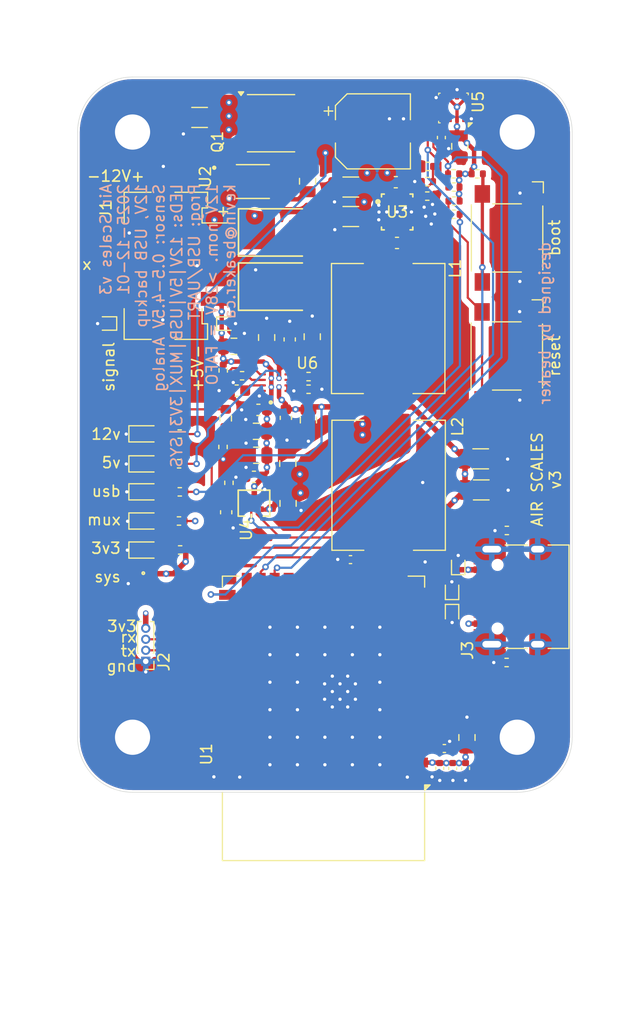
<source format=kicad_pcb>
(kicad_pcb (version 20241229) (generator "pcbnew") (generator_version "9.0")
  (title_block (title "AIR SCALE") (date "2025-11-23") (rev "V3"))
  (layers (0 "F.Cu" signal) (4 "In1.Cu" signal) (6 "In2.Cu" signal) (2 "B.Cu" signal) (13 "F.Paste" user) (15 "B.Paste" user) (5 "F.SilkS" user "F.Silkscreen") (7 "B.SilkS" user "B.Silkscreen") (1 "F.Mask" user) (3 "B.Mask" user) (25 "Edge.Cuts" user))
  (net 0 "")
  (net 1 "GND")
  (net 2 "+12V")
  (net 3 "+5V")
  (net 4 "/PX3_Signal")
  (net 5 "+3.3V")
  (net 6 "/TXD0")
  (net 7 "/RXD0")
  (net 9 "/D+")
  (net 14 "/BOOT")
  (net 16 "/D-")
  (net 22 "/PX3_PRESS")
  (net 25 "/EN")
  (net 28 "/LED")
  (net 34 "/SDA")
  (net 38 "/SCL")
  (net 40 "Net-(J3-CC2)")
  (net 43 "Net-(J3-CC1)")
  (net 44 "Net-(U2-VCAPH)")
  (net 45 "Net-(U2-VCAPL)")
  (net 46 "+12VA")
  (net 47 "Net-(U3-FB)")
  (net 48 "Net-(U3-BOOT)")
  (net 49 "Net-(U4-SS{slash}TR)")
  (net 50 "Net-(D2_1-Pad2)")
  (net 51 "Net-(D4-A)")
  (net 52 "Net-(D5-A)")
  (net 53 "Net-(D7-A)")
  (net 55 "Net-(U4-SW)")
  (net 56 "/GATE")
  (net 57 "/PG")
  (net 58 "Net-(U3-EN)")
  (net 59 "Net-(U4-MODE{slash}S-CONF)")
  (net 60 "Net-(U3-RT)")
  (net 66 "+5VBus")
  (net 67 "+5VMUX")
  (net 68 "Net-(U6-SS)")
  (net 69 "Net-(D1-A)")
  (net 70 "Net-(D6-A)")
  (net 71 "Net-(U6-ILIM)")
  (net 72 "Net-(U6-PR1)")
  (net 73 "Net-(U6-ST)")
  (footprint "Resistor_SMD:R_0402_1005Metric" (layer "F.Cu") (at 63.77 86.880216 90)
    (property "Reference" "R19" (hide yes))
    (property "Value" "61.9K")
  )
  (footprint "Capacitor_SMD:C_0603_1608Metric" (layer "F.Cu") (at 63.52 89.555216 -90)
    (property "Reference" "C17" (hide yes))
    (property "Value" "18nF")
  )
  (footprint "Capacitor_SMD:C_0805_2012Metric" (layer "F.Cu") (at 66.275 84.375 180)
    (property "Reference" "C15" (hide yes))
    (property "Value" "10uF")
  )
  (footprint "Resistor_SMD:R_0402_1005Metric" (layer "F.Cu") (at 63.25 76.665 90)
    (property "Reference" "R22" (hide yes))
    (property "Value" "10K")
  )
  (footprint "LED_SMD:LED_0603_1608Metric" (layer "F.Cu") (at 56.15125 90.35)
    (property "Reference" "D6" (hide yes))
    (property "Value" "LED_Small")
  )
  (footprint "Inductor_SMD:L_Chilisin_BMRF00101040" (layer "F.Cu") (at 78.3 87.1 90)
    (property "Reference" "L2")
    (property "Value" "2.2uH")
  )
  (footprint "MountingHole:MountingHole_3.2mm_M3_DIN965_Pad_TopBottom" (layer "F.Cu") (at 90 110)
    (property "Reference" "H3" (hide yes))
    (property "Value" "MountingHole_Pad")
  )
  (footprint "TPS2121RUXR:IC_TPS2121RUXR" (layer "F.Cu") (at 67.975 77.775 90)
    (property "Reference" "U6")
    (property "Value" "TPS2121RUXR")
  )
  (footprint "Capacitor_SMD:C_0402_1005Metric" (layer "F.Cu") (at 85.3 112.825 -90)
    (property "Reference" "C1" (hide yes))
    (property "Value" "100nF")
  )
  (footprint "Capacitor_SMD:C_0402_1005Metric" (layer "F.Cu") (at 83.37 111.025)
    (property "Reference" "C2" (hide yes))
    (property "Value" "1uF")
  )
  (footprint "Diode_SMD:D_SOD-882" (layer "F.Cu") (at 84.07 96.68 90)
    (property "Reference" "D10" (hide yes))
    (property "Value" "D_TVS_Small")
  )
  (footprint "Capacitor_SMD:C_1206_3216Metric" (layer "F.Cu") (at 74.855 60 180)
    (property "Reference" "C11" (hide yes))
    (property "Value" "4.7uF")
  )
  (footprint "Capacitor_SMD:C_0402_1005Metric" (layer "F.Cu") (at 83.1 55.505 -90)
    (property "Reference" "C23" (hide yes))
    (property "Value" "100nF")
  )
  (footprint "Button_Switch_SMD:SW_SPST_Omron_B3FS-100xP" (layer "F.Cu") (at 89.05 75.35 -90)
    (property "Reference" "SW1" (hide yes))
    (property "Value" "SW_Push")
  )
  (footprint "Button_Switch_SMD:SW_SPST_Omron_B3FS-100xP" (layer "F.Cu") (at 89.075 64.625 -90)
    (property "Reference" "SW2" (hide yes))
    (property "Value" "SW_Push")
  )
  (footprint "PCM_JLCPCB:D_SMB" (layer "F.Cu") (at 68.3 69.05)
    (property "Reference" "D2_2" (hide yes))
    (property "Value" "SMBJ14A")
  )
  (footprint "Capacitor_SMD:C_1206_3216Metric" (layer "F.Cu") (at 86.725 87.525)
    (property "Reference" "C10" (hide yes))
    (property "Value" "22uF")
  )
  (footprint "Inductor_SMD:L_Chilisin_BMRF00101040" (layer "F.Cu") (at 78.26 72.86 -90)
    (property "Reference" "L1")
    (property "Value" "10uH")
  )
  (footprint "RF_Module:ESP32-S3-WROOM-1" (layer "F.Cu") (at 72.375 108.31 180)
    (property "Reference" "U1")
    (property "Value" "ESP32-S3-WROOM-1")
  )
  (footprint "Connector_Molex:Molex_Micro-Fit_3.0_43045-0618_2x03-1MP_P3.00mm_Vertical" (layer "F.Cu") (at 57.775 67.16 -90)
    (property "Reference" "J1")
    (property "Value" "Conn_02x03_Odd_Even")
  )
  (footprint "Capacitor_SMD:C_0805_2012Metric" (layer "F.Cu") (at 69.125 85.125 90)
    (property "Reference" "C8" (hide yes))
    (property "Value" "22uF")
  )
  (footprint "Capacitor_SMD:CP_Elec_6.3x5.7" (layer "F.Cu") (at 76.87 54.94)
    (property "Reference" "C13" (hide yes))
    (property "Value" "47uF")
  )
  (footprint "Capacitor_SMD:C_0805_2012Metric" (layer "F.Cu") (at 69.15 88.75 -90)
    (property "Reference" "C18" (hide yes))
    (property "Value" "22uF")
  )
  (footprint "Resistor_SMD:R_0402_1005Metric" (layer "F.Cu") (at 84.25 62.475)
    (property "Reference" "R7" (hide yes))
    (property "Value" "10K")
  )
  (footprint "Connector_PinHeader_1.00mm:PinHeader_1x04_P1.00mm_Vertical" (layer "F.Cu") (at 56.2 103.1 180)
    (property "Reference" "J2")
    (property "Value" "Conn_01x04")
  )
  (footprint "Resistor_SMD:R_0402_1005Metric" (layer "F.Cu") (at 59.2975 87.7 180)
    (property "Reference" "R11" (hide yes))
    (property "Value" "1K")
  )
  (footprint "Resistor_SMD:R_0402_1005Metric" (layer "F.Cu") (at 59.23625 85.15 180)
    (property "Reference" "R2" (hide yes))
    (property "Value" "1K")
  )
  (footprint "LED_SMD:LED_0603_1608Metric" (layer "F.Cu") (at 56.15125 85.16)
    (property "Reference" "D4" (hide yes))
    (property "Value" "LED_Small")
  )
  (footprint "Capacitor_SMD:C_1206_3216Metric" (layer "F.Cu") (at 61.1 53.675 180)
    (property "Reference" "C19" (hide yes))
    (property "Value" "22uF")
  )
  (footprint "PCM_JLCPCB:LED-SMD_4P-L1.6-W1.5_XL-1615RGBC-WS2812B" (layer "F.Cu") (at 56.17875 95.59)
    (property "Reference" "D9" (hide yes))
    (property "Value" "WS2812B")
  )
  (footprint "Capacitor_SMD:C_0603_1608Metric" (layer "F.Cu") (at 69.3 73.85 90)
    (property "Reference" "C26" (hide yes))
    (property "Value" "100nF")
  )
  (footprint "Resistor_SMD:R_0402_1005Metric" (layer "F.Cu") (at 64.965 77.15 180)
    (property "Reference" "R10" (hide yes))
    (property "Value" "86.6kΩ")
  )
  (footprint "Resistor_SMD:R_0402_1005Metric" (layer "F.Cu") (at 63.23 83.62 90)
    (property "Reference" "R9" (hide yes))
    (property "Value" "2K")
  )
  (footprint "Capacitor_SMD:C_0805_2012Metric" (layer "F.Cu") (at 66.25 82.2 180)
    (property "Reference" "C30" (hide yes))
    (property "Value" "22uF")
  )
  (footprint "Capacitor_SMD:C_0805_2012Metric" (layer "F.Cu") (at 85.425 110.025 90)
    (property "Reference" "C3" (hide yes))
    (property "Value" "10uF")
  )
  (footprint "Resistor_SMD:R_0402_1005Metric" (layer "F.Cu") (at 59.33125 92.98 180)
    (property "Reference" "R20" (hide yes))
    (property "Value" "220")
  )
  (footprint "Capacitor_SMD:C_0402_1005Metric" (layer "F.Cu") (at 82.95 112.825 -90)
    (property "Reference" "C20" (hide yes))
    (property "Value" "10nF")
  )
  (footprint "Resistor_SMD:R_0402_1005Metric" (layer "F.Cu") (at 89.035 103.21 180)
    (property "Reference" "R4" (hide yes))
    (property "Value" "5.1K")
  )
  (footprint "Capacitor_SMD:C_0603_1608Metric" (layer "F.Cu") (at 78.95 59.56)
    (property "Reference" "C12" (hide yes))
    (property "Value" "100nF")
  )
  (footprint "Capacitor_SMD:C_0805_2012Metric" (layer "F.Cu") (at 71 81.175 -90)
    (property "Reference" "C27" (hide yes))
    (property "Value" "10uF")
  )
  (footprint "Resistor_SMD:R_0402_1005Metric" (layer "F.Cu") (at 71.015 77.225)
    (property "Reference" "R12" (hide yes))
    (property "Value" "10K")
  )
  (footprint "Capacitor_SMD:C_0603_1608Metric" (layer "F.Cu") (at 66.45 80.25 180)
    (property "Reference" "C32" (hide yes))
    (property "Value" "100nF")
  )
  (footprint "Resistor_SMD:R_0402_1005Metric" (layer "F.Cu") (at 84.21 58.8 180)
    (property "Reference" "R6" (hide yes))
    (property "Value" "1k")
  )
  (footprint "Capacitor_SMD:C_0805_2012Metric" (layer "F.Cu") (at 70.925 59.475 -90)
    (property "Reference" "C6" (hide yes))
    (property "Value" "2.2uF")
  )
  (footprint "Resistor_SMD:R_0402_1005Metric" (layer "F.Cu") (at 84.25 61.275 180)
    (property "Reference" "R18" (hide yes))
    (property "Value" "100K")
  )
  (footprint "Capacitor_SMD:C_0805_2012Metric" (layer "F.Cu") (at 84.775 56.3 -90)
    (property "Reference" "C24" (hide yes))
    (property "Value" "10u")
  )
  (footprint "Capacitor_SMD:C_1206_3216Metric" (layer "F.Cu") (at 86.675 84.7)
    (property "Reference" "C22" (hide yes))
    (property "Value" "22uF")
  )
  (footprint "Resistor_SMD:R_0402_1005Metric" (layer "F.Cu") (at 71.015 78.375 180)
    (property "Reference" "R13" (hide yes))
    (property "Value" "4,7K")
  )
  (footprint "LM74610QDGKTQ1:SOP65P490X110-8N" (layer "F.Cu") (at 65.95 59.5)
    (property "Reference" "U2")
    (property "Value" "LM74610QDGKTQ1")
  )
  (footprint "Capacitor_SMD:C_1206_3216Metric" (layer "F.Cu") (at 74.86 62.68 180)
    (property "Reference" "C9" (hide yes))
    (property "Value" "22uF")
  )
  (footprint "MountingHole:MountingHole_3.2mm_M3_DIN965_Pad_TopBottom" (layer "F.Cu") (at 90 55)
    (property "Reference" "H2" (hide yes))
    (property "Value" "MountingHole_Pad")
  )
  (footprint "Resistor_SMD:R_0402_1005Metric" (layer "F.Cu") (at 81.83 58.125)
    (property "Reference" "R15" (hide yes))
    (property "Value" "100K")
  )
  (footprint "Capacitor_SMD:C_0603_1608Metric" (layer "F.Cu") (at 79.06 65.08 180)
    (property "Reference" "C16" (hide yes))
    (property "Value" "100nF")
  )
  (footprint "Diode_SMD:D_SOD-882" (layer "F.Cu") (at 84.63 94.42 90)
    (property "Reference" "D11" (hide yes))
    (property "Value" "D_TVS_Small")
  )
  (footprint "Resistor_SMD:R_0402_1005Metric" (layer "F.Cu") (at 89.055 91.21 180)
    (property "Reference" "R3" (hide yes))
    (property "Value" "5.1K")
  )
  (footprint "Capacitor_SMD:C_0805_2012Metric" (layer "F.Cu") (at 64.225 74.475)
    (property "Reference" "C31" (hide yes))
    (property "Value" "22uF")
  )
  (footprint "Capacitor_SMD:C_0603_1608Metric" (layer "F.Cu") (at 64.475 78.5 180)
    (property "Reference" "C29" (hide yes))
    (property "Value" "100nF")
  )
  (footprint "Resistor_SMD:R_0402_1005Metric" (layer "F.Cu") (at 59.28625 82.45 180)
    (property "Reference" "R5" (hide yes))
    (property "Value" "4.7K")
  )
  (footprint "TPS62901:QFN_902RPJR_TEX" (layer "F.Cu") (at 66.049874 88.728908 -90)
    (property "Reference" "U4")
    (property "Value" "TPS62901RPJR")
  )
  (footprint "Package_TO_SOT_SMD:LFPAK56" (layer "F.Cu") (at 67.6 54.2)
    (property "Reference" "Q1")
    (property "Value" "PSMN5R2-60YL")
  )
  (footprint "Diode_SMD:D_SOD-882" (layer "F.Cu") (at 84.07 98.74 -90)
    (property "Reference" "D3" (hide yes))
    (property "Value" "D_TVS_Small")
  )
  (footprint "Capacitor_SMD:C_0805_2012Metric" (layer "F.Cu") (at 67.2 73.675 90)
    (property "Reference" "C25" (hide yes))
    (property "Value" "10uF")
  )
  (footprint "LED_SMD:LED_0603_1608Metric" (layer "F.Cu") (at 56.15125 82.43)
    (property "Reference" "D5" (hide yes))
    (property "Value" "LED_Small")
  )
  (footprint "Capacitor_SMD:C_0603_1608Metric" (layer "F.Cu") (at 68.95 80.975 -90)
    (property "Reference" "C28" (hide yes))
    (property "Value" "100nF")
  )
  (footprint "Capacitor_SMD:C_0402_1005Metric" (layer "F.Cu") (at 84.125 112.825 -90)
    (property "Reference" "C21" (hide yes))
    (property "Value" "100nF")
  )
  (footprint "MountingHole:MountingHole_3.2mm_M3_DIN965_Pad_TopBottom" (layer "F.Cu") (at 55 110)
    (property "Reference" "H4" (hide yes))
    (property "Value" "MountingHole_Pad")
  )
  (footprint "Diode_SMD:D_SOD-882" (layer "F.Cu") (at 52.75 72.4 180)
    (property "Reference" "D8" (hide yes))
    (property "Value" "D_TVS_Small")
  )
  (footprint "Capacitor_SMD:C_0402_1005Metric" (layer "F.Cu") (at 74.83 93.86 180)
    (property "Reference" "C5" (hide yes))
    (property "Value" "100nF")
  )
  (footprint "Capacitor_SMD:C_0603_1608Metric" (layer "F.Cu") (at 66.045 86.335216 180)
    (property "Reference" "C14" (hide yes))
    (property "Value" "100nF")
  )
  (footprint "Diode_SMD:D_SOD-882" (layer "F.Cu") (at 63.46 72.41)
    (property "Reference" "D2" (hide yes))
    (property "Value" "D_TVS_Small")
  )
  (footprint "Package_LGA:Bosch_LGA-8_2.5x2.5mm_P0.65mm_ClockwisePinNumbering" (layer "F.Cu") (at 84.195 52.82 180)
    (property "Reference" "U5")
    (property "Value" "BME280")
  )
  (footprint "Resistor_SMD:R_0402_1005Metric" (layer "F.Cu") (at 86.365 58.8)
    (property "Reference" "R1" (hide yes))
    (property "Value" "100K")
  )
  (footprint "Resistor_SMD:R_0402_1005Metric" (layer "F.Cu") (at 81.83 59.505 180)
    (property "Reference" "R16" (hide yes))
    (property "Value" "16K")
  )
  (footprint "Resistor_SMD:R_0402_1005Metric" (layer "F.Cu") (at 84.24 60 180)
    (property "Reference" "R17" (hide yes))
    (property "Value" "1k")
  )
  (footprint "PCM_JLCPCB:D_SMB" (layer "F.Cu") (at 68.3 64.125)
    (property "Reference" "D2_1" (hide yes))
    (property "Value" "SMBJ28A")
  )
  (footprint "Resistor_SMD:R_0402_1005Metric" (layer "F.Cu") (at 81.815 60.825)
    (property "Reference" "R14" (hide yes))
    (property "Value" "86.6kΩ")
  )
  (footprint "LED_SMD:LED_0603_1608Metric" (layer "F.Cu") (at 56.15125 87.7)
    (property "Reference" "D1" (hide yes))
    (property "Value" "LED_Small")
  )
  (footprint "Connector_USB:USB_C_Receptacle_HRO_TYPE-C-31-M-12" (layer "F.Cu") (at 90.81 97.23 90)
    (property "Reference" "J3")
    (property "Value" "USB_C_Receptacle_USB2.0_16P")
  )
  (footprint "Resistor_SMD:R_0402_1005Metric" (layer "F.Cu") (at 59.225 90.35 180)
    (property "Reference" "R21" (hide yes))
    (property "Value" "1K")
  )
  (footprint "LMR60420:RAK0009A-MFG" (layer "F.Cu") (at 79.075001 62.264999)
    (property "Reference" "U3")
    (property "Value" "LMR604205SRAKRQ1")
  )
  (footprint "Resistor_SMD:R_0603_1608Metric" (layer "F.Cu") (at 63.475 81.025 90)
    (property "Reference" "R8" (hide yes))
    (property "Value" "1K")
  )
  (footprint "MountingHole:MountingHole_3.2mm_M3_DIN965_Pad_TopBottom" (layer "F.Cu") (at 55 55)
    (property "Reference" "H1" (hide yes))
    (property "Value" "MountingHole_Pad")
  )
  (footprint "LED_SMD:LED_0603_1608Metric" (layer "F.Cu") (at 56.15125 92.99)
    (property "Reference" "D7" (hide yes))
    (property "Value" "LED_Small")
  )
  (footprint "Capacitor_SMD:C_0805_2012Metric" (layer "F.Cu") (at 71.35 73.6 90)
    (property "Reference" "C7" (hide yes))
    (property "Value" "22uF")
  )
  (gr_arc (start 90 50) (mid 93.535534 51.464466) (end 95 55) (stroke (width 0.05)) (layer "Edge.Cuts"))
  (gr_arc (start 95 110) (mid 93.535534 113.535534) (end 90 115) (stroke (width 0.05)) (layer "Edge.Cuts"))
  (gr_line (start 95 55) (end 95 110) (stroke (width 0.05)) (layer "Edge.Cuts"))
  (gr_line (start 90 115) (end 55 115) (stroke (width 0.05)) (layer "Edge.Cuts"))
  (gr_arc (start 55 115) (mid 51.464466 113.535534) (end 50 110) (stroke (width 0.05)) (layer "Edge.Cuts"))
  (gr_line (start 55 50) (end 90 50) (stroke (width 0.05)) (layer "Edge.Cuts"))
  (gr_line (start 50 110) (end 50 55) (stroke (width 0.05)) (layer "Edge.Cuts"))
  (gr_arc (start 50 55) (mid 51.464466 51.464466) (end 55 50) (stroke (width 0.05)) (layer "Edge.Cuts"))
  (gr_text "reset" (at 93.98 75.35 90) (layer "F.SilkS") (effects (font (size 1 1)) (justify bottom)))
  (gr_text "v3" (at 94.05 86.6 90) (layer "F.SilkS") (effects (font (size 1 1)) (justify bottom)))
  (gr_text "mux" (at 50.771429 90.815 0) (layer "F.SilkS") (effects (font (size 1 1)) (justify left bottom)))
  (gr_text "3v3" (at 52.6 100.5 0) (layer "F.SilkS") (effects (font (size 1 1)) (justify left bottom)))
  (gr_text "-12V+" (at 50.76 59.59 0) (layer "F.SilkS") (effects (font (size 1 1)) (justify left bottom)))
  (gr_text "rx" (at 53.8 101.475 0) (layer "F.SilkS") (effects (font (size 1 1)) (justify left bottom)))
  (gr_text "tx" (at 53.825 102.75 0) (layer "F.SilkS") (effects (font (size 1 1)) (justify left bottom)))
  (gr_text "boot" (at 93.98 64.625 90) (layer "F.SilkS") (effects (font (size 1 1)) (justify bottom)))
  (gr_text "gnd" (at 52.55 104.125 0) (layer "F.SilkS") (effects (font (size 1 1)) (justify left bottom)))
  (gr_text "sys" (at 51.438095 96 0) (layer "F.SilkS") (effects (font (size 1 1)) (justify left bottom)))
  (gr_text "+5V-" (at 61.5 78.725 90) (layer "F.SilkS") (effects (font (size 1 1)) (justify left bottom)))
  (gr_text "5v" (at 52.104762 85.63 0) (layer "F.SilkS") (effects (font (size 1 1)) (justify left bottom)))
  (gr_text "12v" (at 51.152381 83.0375 0) (layer "F.SilkS") (effects (font (size 1 1)) (justify left bottom)))
  (gr_text "x" (at 51.35 66.675 180) (layer "F.SilkS") (effects (font (size 1 1)) (justify left bottom)))
  (gr_text "AIR SCALES" (at 92.4 86.575 90) (layer "F.SilkS") (effects (font (size 1 1)) (justify bottom)))
  (gr_text "+" (at 62.535 62.75 0) (layer "F.SilkS") (effects (font (size 1 1)) (justify left bottom)))
  (gr_text "3v3" (at 51.152381 93.4075 0) (layer "F.SilkS") (effects (font (size 1 1)) (justify left bottom)))
  (gr_text "signal" (at 53.43 78.7 90) (layer "F.SilkS") (effects (font (size 1 1)) (justify left bottom)))
  (gr_text "usb" (at 51.2 88.2225 0) (layer "F.SilkS") (effects (font (size 1 1)) (justify left bottom)))
  (gr_text "designed by beaker" (at 93.1 72.375 90) (layer "B.SilkS") (effects (font (size 1 1)) (justify bottom mirror)))
  (gr_text_box "Air Scales v3\n2025-12-01\n12V, USB backup\nSensor: 0.5-4.5V Analog\nLEDs: 12V|5V|USB|MUX|3V3|SYS\nProg: USB/UART\n12V nom. >28V = FAFO\nkevin@beaker.ca" (start 50.99 58.62) (end 76.595 87.58) (margins 1.0025 1.0025 1.0025 1.0025) (angle 90) (layer "B.SilkS") (effects (font (size 1 1)) (justify left top mirror)) (border no))
  (segment (start 69.125 77.525) (end 69.125 78.025) (width 0.2) (layer "F.Cu") (net 1))
  (segment (start 72.225 78.375) (end 71.525 78.375) (width 0.4) (layer "F.Cu") (net 1))
  (segment (start 90.65 108.85) (end 89.55 109.95) (width 0.3) (layer "F.Cu") (net 1))
  (segment (start 68.95 72.725) (end 69.3 73.075) (width 0.4) (layer "F.Cu") (net 1))
  (segment (start 71.35 72.65) (end 69.725 72.65) (width 0.4) (layer "F.Cu") (net 1))
  (segment (start 81.32 59.505) (end 80.68 59.505) (width 0.5) (layer "F.Cu") (net 1))
  (segment (start 64.405 86.370216) (end 63.77 86.370216) (width 0.4) (layer "F.Cu") (net 1))
  (segment (start 65.45 74.475) (end 67.2 72.725) (width 0.4) (layer "F.Cu") (net 1))
  (segment (start 79.075001 62.264999) (end 80.375 62.264999) (width 0.2) (layer "F.Cu") (net 1))
  (segment (start 86.7775 94.03) (end 86.7775 93.58) (width 0.5) (layer "F.Cu") (net 1))
  (segment (start 65.3 81.125) (end 65.3 80.625) (width 0.3) (layer "F.Cu") (net 1))
  (segment (start 63.81 72.41) (end 63.81 73.11) (width 0.4) (layer "F.Cu") (net 1))
  (segment (start 66.8 88.335216) (end 66.8 87.7) (width 0.2) (layer "F.Cu") (net 1))
  (segment (start 64.455 77.47) (end 64.455 77.15) (width 0.2) (layer "F.Cu") (net 1))
  (segment (start 81.53 61.83) (end 81.440001 61.83) (width 0.2) (layer "F.Cu") (net 1))
  (segment (start 84.63 94.07) (end 84.63 93.48) (width 0.3) (layer "F.Cu") (net 1))
  (segment (start 63.7 78.5) (end 62.875 78.5) (width 0.3) (layer "F.Cu") (net 1))
  (segment (start 65.3 82.2) (end 65.3 81.125) (width 0.3) (layer "F.Cu") (net 1))
  (segment (start 79.210002 62.4) (end 79.075001 62.264999) (width 0.2) (layer "F.Cu") (net 1))
  (segment (start 78.125 62.264999) (end 78.014999 62.264999) (width 0.2) (layer "F.Cu") (net 1))
  (segment (start 83.85 111.025) (end 83.85 110.375) (width 0.3) (layer "F.Cu") (net 1))
  (segment (start 79.44 61.9) (end 79.075001 62.264999) (width 0.2) (layer "F.Cu") (net 1))
  (segment (start 69.725 72.65) (end 69.3 73.075) (width 0.4) (layer "F.Cu") (net 1))
  (segment (start 81.439999 61.739999) (end 81.53 61.83) (width 0.2) (layer "F.Cu") (net 1))
  (segment (start 78.125 62.264999) (end 78.110001 62.264999) (width 0.2) (layer "F.Cu") (net 1))
  (segment (start 79.600001 61.739999) (end 79.075001 62.264999) (width 0.2) (layer "F.Cu") (net 1))
  (segment (start 63.81 73.11) (end 65.175 74.475) (width 0.4) (layer "F.Cu") (net 1))
  (segment (start 54.61 96.04) (end 55.42875 96.04) (width 0.2) (layer "F.Cu") (net 1))
  (segment (start 82.29 61.58) (end 82.325 61.545) (width 0.5) (layer "F.Cu") (net 1))
  (segment (start 91.655 101.5625) (end 91.6575 101.56) (width 0.3) (layer "F.Cu") (net 1))
  (segment (start 56.2 103.1) (end 56.2 104.06) (width 0.5) (layer "F.Cu") (net 1))
  (segment (start 78.125 62.264999) (end 77.435001 62.264999) (width 0.2) (layer "F.Cu") (net 1))
  (segment (start 81.440001 61.83) (end 81.370001 61.9) (width 0.2) (layer "F.Cu") (net 1))
  (segment (start 86.7775 93.58) (end 87.4575 92.9) (width 0.5) (layer "F.Cu") (net 1))
  (segment (start 69.125 78.025) (end 69.125 78.525) (width 0.3) (layer "F.Cu") (net 1))
  (segment (start 64.1625 77.7625) (end 64.455 77.47) (width 0.2) (layer "F.Cu") (net 1))
  (segment (start 87.865 103.21) (end 88.525 103.21) (width 0.2) (layer "F.Cu") (net 1))
  (segment (start 71 82.125) (end 71 83.1) (width 0.4) (layer "F.Cu") (net 1))
  (segment (start 84.52 51.155) (end 84.525 51.15) (width 0.4) (layer "F.Cu") (net 1))
  (segment (start 80.375 62.264999) (end 80.575 62.264999) (width 0.2) (layer "F.Cu") (net 1))
  (segment (start 66.8 87.7) (end 67.025 87.475) (width 0.2) (layer "F.Cu") (net 1))
  (segment (start 86.7775 100.43) (end 86.7775 100.88) (width 0.5) (layer "F.Cu") (net 1))
  (segment (start 67.2 72.725) (end 67.2 71.925) (width 0.4) (layer "F.Cu") (net 1))
  (segment (start 79.950001 61.739999) (end 81.439999 61.739999) (width 0.2) (layer "F.Cu") (net 1))
  (segment (start 82.314999 62.264999) (end 82.5 62.45) (width 0.2) (layer "F.Cu") (net 1))
  (segment (start 65.175 74.475) (end 65.45 74.475) (width 0.4) (layer "F.Cu") (net 1))
  (segment (start 78.014999 62.264999) (end 77.4 61.65) (width 0.4) (layer "F.Cu") (net 1))
  (segment (start 81.67 62.66) (end 81.41 62.4) (width 0.2) (layer "F.Cu") (net 1))
  (segment (start 79.725 59.56) (end 80.615 59.56) (width 0.5) (layer "F.Cu") (net 1))
  (segment (start 81.41 62.4) (end 79.210002 62.4) (width 0.2) (layer "F.Cu") (net 1))
  (segment (start 78.110001 62.264999) (end 77.4 62.975) (width 0.4) (layer "F.Cu") (net 1))
  (segment (start 66.5375 78.9875) (end 66.825 78.7) (width 0.2) (layer "F.Cu") (net 1))
  (segment (start 84.075 99.575) (end 84.075 99.09) (width 0.2) (layer "F.Cu") (net 1))
  (segment (start 85.815 53.79) (end 85.825 53.8) (width 0.3) (layer "F.Cu") (net 1))
  (segment (start 84.52 51.85) (end 84.52 51.155) (width 0.4) (layer "F.Cu") (net 1))
  (segment (start 80.615 59.56) (end 80.675 59.5) (width 0.5) (layer "F.Cu") (net 1))
  (segment (start 65.3 80.625) (end 65.675 80.25) (width 0.3) (layer "F.Cu") (net 1))
  (segment (start 69.3 73.075) (end 69.3 72.2) (width 0.4) (layer "F.Cu") (net 1))
  (segment (start 77.4 61.65) (end 77.4 62.975) (width 0.4) (layer "F.Cu") (net 1))
  (segment (start 65.175 74.475) (end 65.175 73.3) (width 0.4) (layer "F.Cu") (net 1))
  (segment (start 69.675 78.525) (end 69.125 78.525) (width 0.3) (layer "F.Cu") (net 1))
  (segment (start 79.950001 61.739999) (end 79.600001 61.739999) (width 0.2) (layer "F.Cu") (net 1))
  (segment (start 86.7775 100.88) (end 87.4575 101.56) (width 0.5) (layer "F.Cu") (net 1))
  (segment (start 66.825 78.7) (end 66.825 78.525) (width 0.2) (layer "F.Cu") (net 1))
  (segment (start 81.370001 61.9) (end 79.825 61.9) (width 0.2) (layer "F.Cu") (net 1))
  (segment (start 80.68 59.505) (end 80.675 59.5) (width 0.5) (layer "F.Cu") (net 1))
  (segment (start 71.35 72.65) (end 71.35 71.725) (width 0.4) (layer "F.Cu") (net 1))
  (segment (start 67.2 72.725) (end 68.95 72.725) (width 0.4) (layer "F.Cu") (net 1))
  (segment (start 77.435001 62.264999) (end 77.425 62.275) (width 0.2) (layer "F.Cu") (net 1))
  (segment (start 82.325 61.545) (end 82.325 60.825) (width 0.5) (layer "F.Cu") (net 1))
  (segment (start 74.35 93.86) (end 73.69 93.86) (width 0.2) (layer "F.Cu") (net 1))
  (segment (start 64.37 72.41) (end 63.81 72.41) (width 0.4) (layer "F.Cu") (net 1))
  (segment (start 79.825 61.9) (end 79.44 61.9) (width 0.2) (layer "F.Cu") (net 1))
  (segment (start 73.69 93.86) (end 73.67 93.84) (width 0.2) (layer "F.Cu") (net 1))
  (segment (start 85.17 53.79) (end 85.815 53.79) (width 0.3) (layer "F.Cu") (net 1))
  (segment (start 80.575 62.264999) (end 82.314999 62.264999) (width 0.2) (layer "F.Cu") (net 1))
  (segment (start 65.675 80.25) (end 64.925 80.25) (width 0.3) (layer "F.Cu") (net 1))
  (segment (start 59.625 53.675) (end 59.625 55.175) (width 0.5) (layer "F.Cu") (net 1))
  (via (at 64.1625 77.7625) (size 0.6) (drill 0.3) (layers "F.Cu" "B.Cu") (net 1))
  (via (at 90.23 79.36) (size 0.6) (drill 0.3) (layers "F.Cu" "B.Cu") (net 1))
  (via (at 77.5 100) (size 0.6) (drill 0.3) (layers "F.Cu" "B.Cu") (net 1))
  (via (at 75 102.5) (size 0.6) (drill 0.3) (layers "F.Cu" "B.Cu") (net 1))
  (via (at 77.5 102.5) (size 0.6) (drill 0.3) (layers "F.Cu" "B.Cu") (net 1))
  (via (at 67.5 110) (size 0.6) (drill 0.3) (layers "F.Cu" "B.Cu") (net 1))
  (via (at 73.67 93.84) (size 0.5) (drill 0.3) (layers "F.Cu" "B.Cu") (net 1))
  (via (at 71 83.1) (size 0.6) (drill 0.3) (layers "F.Cu" "B.Cu") (net 1))
  (via (at 67.5 105) (size 0.6) (drill 0.3) (layers "F.Cu" "B.Cu") (net 1))
  (via (at 65.3 81.125) (size 0.6) (drill 0.3) (layers "F.Cu" "B.Cu") (net 1))
  (via (at 54.61 96.04) (size 0.6) (drill 0.3) (layers "F.Cu" "B.Cu") (net 1))
  (via (at 89.125 84.725) (size 0.6) (drill 0.3) (layers "F.Cu" "B.Cu") (net 1))
  (via (at 69.05 83) (size 0.6) (drill 0.3) (layers "F.Cu" "B.Cu") (net 1))
  (via (at 80.375 62.264999) (size 0.5) (drill 0.3) (layers "F.Cu" "B.Cu") (net 1))
  (via (at 78.125 62.264999) (size 0.5) (drill 0.3) (layers "F.Cu" "B.Cu") (net 1))
  (via (at 77.4 61.65) (size 0.6) (drill 0.3) (layers "F.Cu" "B.Cu") (net 1))
  (via (at 70 107.5) (size 0.6) (drill 0.3) (layers "F.Cu" "B.Cu") (net 1))
  (via (at 79.65 53.8) (size 0.6) (drill 0.3) (layers "F.Cu" "B.Cu") (net 1))
  (via (at 69.675 78.525) (size 0.6) (drill 0.3) (layers "F.Cu" "B.Cu") (net 1))
  (via (at 72.5 110) (size 0.6) (drill 0.3) (layers "F.Cu" "B.Cu") (net 1))
  (via (at 64.405 86.370216) (size 0.6) (drill 0.3) (layers "F.Cu" "B.Cu") (net 1))
  (via (at 77.5 112.5) (size 0.6) (drill 0.3) (layers "F.Cu" "B.Cu") (net 1))
  (via (at 77.5 105) (size 0.6) (drill 0.3) (layers "F.Cu" "B.Cu") (net 1))
  (via (at 84.15 113.925) (size 0.6) (drill 0.3) (layers "F.Cu" "B.Cu") (net 1))
  (via (at 89.175 87.55) (size 0.6) (drill 0.3) (layers "F.Cu" "B.Cu") (net 1))
  (via (at 62.875 78.5) (size 0.6) (drill 0.3) (layers "F.Cu" "B.Cu") (net 1))
  (via (at 83.85 110.375) (size 0.6) (drill 0.3) (layers "F.Cu" "B.Cu") (net 1))
  (via (at 60.875 67.15) (size 0.6) (drill 0.3) (layers "F.Cu" "B.Cu") (net 1))
  (via (at 70 112.5) (size 0.6) (drill 0.3) (layers "F.Cu" "B.Cu") (net 1))
  (via (at 70.33 89.39) (size 0.5) (drill 0.3) (layers "F.Cu" "B.Cu") (net 1))
  (via (at 67.5 102.5) (size 0.6) (drill 0.3) (layers "F.Cu" "B.Cu") (net 1))
  (via (at 70 102.5) (size 0.6) (drill 0.3) (layers "F.Cu" "B.Cu") (net 1))
  (via (at 51.82 72.41) (size 0.6) (drill 0.3) (layers "F.Cu" "B.Cu") (net 1))
  (via (at 70 110) (size 0.6) (drill 0.3) (layers "F.Cu" "B.Cu") (net 1))
  (via (at 72.225 78.375) (size 0.6) (drill 0.3) (layers "F.Cu" "B.Cu") (net 1))
  (via (at 67.5 107.5) (size 0.6) (drill 0.3) (layers "F.Cu" "B.Cu") (net 1))
  (via (at 84.63 93.48) (size 0.5) (drill 0.3) (layers "F.Cu" "B.Cu") (net 1))
  (via (at 54.425 82.45) (size 0.6) (drill 0.3) (layers "F.Cu" "B.Cu") (net 1))
  (via (at 70 100) (size 0.6) (drill 0.3) (layers "F.Cu" "B.Cu") (net 1))
  (via (at 62.4 113.6) (size 0.6) (drill 0.3) (layers "F.Cu" "B.Cu") (net 1))
  (via (at 75 110) (size 0.6) (drill 0.3) (layers "F.Cu" "B.Cu") (net 1))
  (via (at 77.5 107.5) (size 0.6) (drill 0.3) (layers "F.Cu" "B.Cu") (net 1))
  (via (at 77.4 62.975) (size 0.6) (drill 0.3) (layers "F.Cu" "B.Cu") (net 1))
  (via (at 82.29 61.58) (size 0.6) (drill 0.3) (layers "F.Cu" "B.Cu") (net 1))
  (via (at 67.5 100) (size 0.6) (drill 0.3) (layers "F.Cu" "B.Cu") (net 1))
  (via (at 64.37 72.41) (size 0.6) (drill 0.3) (layers "F.Cu" "B.Cu") (net 1))
  (via (at 65.175 73.3) (size 0.6) (drill 0.3) (layers "F.Cu" "B.Cu") (net 1))
  (via (at 65.325 83.275) (size 0.6) (drill 0.3) (layers "F.Cu" "B.Cu") (net 1))
  (via (at 75 100) (size 0.6) (drill 0.3) (layers "F.Cu" "B.Cu") (net 1))
  (via (at 57.8 58.125) (size 0.6) (drill 0.3) (layers "F.Cu" "B.Cu") (net 1))
  (via (at 87.865 103.21) (size 0.6) (drill 0.3) (layers "F.Cu" "B.Cu") (net 1))
  (via (at 90.25 60.55) (size 0.6) (drill 0.3) (layers "F.Cu" "B.Cu") (net 1))
  (via (at 71.35 71.725) (size 0.6) (drill 0.3) (layers "F.Cu" "B.Cu") (net 1))
  (via (at 85.825 53.8) (size 0.6) (drill 0.3) (layers "F.Cu" "B.Cu") (net 1))
  (via (at 66.5375 78.9875) (size 0.6) (drill 0.3) (layers "F.Cu" "B.Cu") (net 1))
  (via (at 66.2 67.525) (size 0.6) (drill 0.3) (layers "F.Cu" "B.Cu") (net 1))
  (via (at 54.43 85.17) (size 0.6) (drill 0.3) (layers "F.Cu" "B.Cu") (net 1))
  (via (at 54.475 87.7) (size 0.6) (drill 0.3) (layers "F.Cu" "B.Cu") (net 1))
  (via (at 73.375 61.35) (size 0.6) (drill 0.3) (layers "F.Cu" "B.Cu") (net 1))
  (via (at 59.625 55.175) (size 0.6) (drill 0.3) (layers "F.Cu" "B.Cu") (net 1))
  (via (at 54.525 93) (size 0.6) (drill 0.3) (layers "F.Cu" "B.Cu") (net 1))
  (via (at 67.2 71.925) (size 0.6) (drill 0.3) (layers "F.Cu" "B.Cu") (net 1))
  (via (at 72.5 112.5) (size 0.6) (drill 0.3) (layers "F.Cu" "B.Cu") (net 1))
  (via (at 83.76 56.51) (size 0.6) (drill 0.3) (layers "F.Cu" "B.Cu") (net 1))
  (via (at 90.22 71.325) (size 0.6) (drill 0.3) (layers "F.Cu" "B.Cu") (net 1))
  (via (at 70 105) (size 0.6) (drill 0.3) (layers "F.Cu" "B.Cu") (net 1))
  (via (at 54.55 90.375) (size 0.6) (drill 0.3) (layers "F.Cu" "B.Cu") (net 1))
  (via (at 79.075001 62.264999) (size 0.5) (drill 0.3) (layers "F.Cu" "B.Cu") (net 1))
  (via (at 81.62 94.07) (size 0.5) (drill 0.3) (layers "F.Cu" "B.Cu") (net 1))
  (via (at 64.15 90.98) (size 0.5) (drill 0.3) (layers "F.Cu" "B.Cu") (net 1))
  (via (at 67.5 112.5) (size 0.6) (drill 0.3) (layers "F.Cu" "B.Cu") (net 1))
  (via (at 72.5 102.5) (size 0.6) (drill 0.3) (layers "F.Cu" "B.Cu") (net 1))
  (via (at 82.18 63.36) (size 0.6) (drill 0.3) (layers "F.Cu" "B.Cu") (net 1))
  (via (at 84.05 95.875) (size 0.6) (drill 0.3) (layers "F.Cu" "B.Cu") (net 1))
  (via (at 75 112.5) (size 0.6) (drill 0.3) (layers "F.Cu" "B.Cu") (net 1))
  (via (at 80 113.625) (size 0.6) (drill 0.3) (layers "F.Cu" "B.Cu") (net 1))
  (via (at 84.525 51.15) (size 0.6) (drill 0.3) (layers "F.Cu" "B.Cu") (net 1))
  (via (at 84.075 99.575) (size 0.6) (drill 0.3) (layers "F.Cu" "B.Cu") (net 1))
  (via (at 87.975 91.225) (size 0.6) (drill 0.3) (layers "F.Cu" "B.Cu") (net 1))
  (via (at 82.95 113.925) (size 0.6) (drill 0.3) (layers "F.Cu" "B.Cu") (net 1))
  (via (at 73.4 63.875) (size 0.6) (drill 0.3) (layers "F.Cu" "B.Cu") (net 1))
  (via (at 78.375 53.8) (size 0.6) (drill 0.3) (layers "F.Cu" "B.Cu") (net 1))
  (via (at 56.2 104.06) (size 0.6) (drill 0.3) (layers "F.Cu" "B.Cu") (net 1))
  (via (at 79.825 61.9) (size 0.5) (drill 0.3) (layers "F.Cu" "B.Cu") (net 1))
  (via (at 82.62 51.87) (size 0.6) (drill 0.3) (layers "F.Cu" "B.Cu") (net 1))
  (via (at 85.3 113.925) (size 0.6) (drill 0.3) (layers "F.Cu" "B.Cu") (net 1))
  (via (at 85.425 108.175) (size 0.6) (drill 0.3) (layers "F.Cu" "B.Cu") (net 1))
  (via (at 72.5 100) (size 0.6) (drill 0.3) (layers "F.Cu" "B.Cu") (net 1))
  (via (at 81.53 61.83) (size 0.6) (drill 0.3) (layers "F.Cu" "B.Cu") (net 1))
  (via (at 80.675 59.5) (size 0.6) (drill 0.3) (layers "F.Cu" "B.Cu") (net 1))
  (via (at 67.025 87.475) (size 0.6) (drill 0.3) (layers "F.Cu" "B.Cu") (net 1))
  (via (at 54.7 64.175) (size 0.6) (drill 0.3) (layers "F.Cu" "B.Cu") (net 1))
  (via (at 82.25 113.6) (size 0.6) (drill 0.3) (layers "F.Cu" "B.Cu") (net 1))
  (via (at 82.5 62.45) (size 0.6) (drill 0.3) (layers "F.Cu" "B.Cu") (net 1))
  (via (at 65.325 85.475) (size 0.6) (drill 0.3) (layers "F.Cu" "B.Cu") (net 1))
  (via (at 63.25 84.73) (size 0.5) (drill 0.3) (layers "F.Cu" "B.Cu") (net 1))
  (via (at 77.425 62.275) (size 0.6) (drill 0.3) (layers "F.Cu" "B.Cu") (net 1))
  (via (at 69.3 72.2) (size 0.6) (drill 0.3) (layers "F.Cu" "B.Cu") (net 1))
  (via (at 57.75 72.075) (size 0.6) (drill 0.3) (layers "F.Cu" "B.Cu") (net 1))
  (via (at 81.67 62.66) (size 0.6) (drill 0.3) (layers "F.Cu" "B.Cu") (net 1))
  (via (at 64.75 113.625) (size 0.6) (drill 0.3) (layers "F.Cu" "B.Cu") (net 1))
  (via (at 81.4 86.85) (size 0.5) (drill 0.3) (layers "F.Cu" "B.Cu") (net 1))
  (via (at 64.925 80.25) (size 0.6) (drill 0.3) (layers "F.Cu" "B.Cu") (net 1))
  (via (at 90.24 68.58) (size 0.6) (drill 0.3) (layers "F.Cu" "B.Cu") (net 1))
  (via (at 77.5 110) (size 0.6) (drill 0.3) (layers "F.Cu" "B.Cu") (net 1))
  (segment (start 66.115 64.16) (end 66.15 64.125) (width 1) (layer "F.Cu") (net 2))
  (via (at 66.11 62.61) (size 0.6) (drill 0.3) (layers "F.Cu" "B.Cu") (net 2))
  (via (at 63.77 52.32) (size 0.6) (drill 0.3) (layers "F.Cu" "B.Cu") (net 2))
  (via (at 63.76 54.79) (size 0.6) (drill 0.3) (layers "F.Cu" "B.Cu") (net 2))
  (via (at 63.79 61.04) (size 0.6) (drill 0.3) (layers "F.Cu" "B.Cu") (net 2))
  (via (at 62.45 62.99) (size 0.6) (drill 0.3) (layers "F.Cu" "B.Cu") (net 2))
  (via (at 63.77 53.55) (size 0.6) (drill 0.3) (layers "F.Cu" "B.Cu") (net 2))
  (segment (start 68.325 75.75) (end 67.2 74.625) (width 0.4) (layer "F.Cu") (net 3))
  (segment (start 68.325 77.1) (end 68.325 75.75) (width 0.4) (layer "F.Cu") (net 3))
  (segment (start 59.74625 85.15) (end 60.825 85.15) (width 0.2) (layer "F.Cu") (net 3))
  (segment (start 71.275 74.625) (end 71.35 74.55) (width 1) (layer "F.Cu") (net 3))
  (via (at 60.825 85.15) (size 0.6) (drill 0.3) (layers "F.Cu" "B.Cu") (net 3))
  (segment (start 61.85 82) (end 67.15 76.7) (width 0.2) (layer "B.Cu") (net 3))
  (segment (start 67.15 76.7) (end 68.025 76.7) (width 0.2) (layer "B.Cu") (net 3))
  (segment (start 60.825 83.65) (end 61.85 82.625) (width 0.2) (layer "B.Cu") (net 3))
  (segment (start 68.025 76.7) (end 68.325 77) (width 0.2) (layer "B.Cu") (net 3))
  (segment (start 60.825 85.15) (end 60.825 83.65) (width 0.2) (layer "B.Cu") (net 3))
  (segment (start 68.325 77) (end 68.325 77.375) (width 0.2) (layer "B.Cu") (net 3))
  (segment (start 61.85 82.625) (end 61.85 82) (width 0.2) (layer "B.Cu") (net 3))
  (segment (start 53.1 72.4) (end 53.1 70.185) (width 0.2) (layer "F.Cu") (net 4))
  (segment (start 53.1 72.4) (end 53.1 73.6) (width 0.2) (layer "F.Cu") (net 4))
  (segment (start 53.1 70.185) (end 53.075 70.16) (width 0.2) (layer "F.Cu") (net 4))
  (segment (start 59.7 80.2) (end 63.475 80.2) (width 0.2) (layer "F.Cu") (net 4))
  (segment (start 53.1 73.6) (end 59.7 80.2) (width 0.2) (layer "F.Cu") (net 4))
  (segment (start 82.95 112.345) (end 83.55 112.345) (width 0.4) (layer "F.Cu") (net 5))
  (segment (start 84.775 55.35) (end 85.425 56) (width 0.4) (layer "F.Cu") (net 5))
  (segment (start 59.84125 92.98) (end 59.84125 94.0275) (width 0.5) (layer "F.Cu") (net 5))
  (segment (start 85.275 58.8) (end 84.72 58.8) (width 0.4) (layer "F.Cu") (net 5))
  (segment (start 85.855 58.8) (end 85.275 58.8) (width 0.4) (layer "F.Cu") (net 5))
  (segment (start 58.72875 95.14) (end 59.82875 94.04) (width 0.5) (layer "F.Cu") (net 5))
  (segment (start 84.71 61.225) (end 84.76 61.275) (width 0.4) (layer "F.Cu") (net 5))
  (segment (start 85.85 58.795) (end 85.855 58.8) (width 0.4) (layer "F.Cu") (net 5))
  (segment (start 85.17 51.795) (end 85.17 52.075) (width 0.3) (layer "F.Cu") (net 5))
  (segment (start 56.92875 95.14) (end 58.05375 95.14) (width 0.5) (layer "F.Cu") (net 5))
  (segment (start 85.3 111.1) (end 85.425 110.975) (width 0.4) (layer "F.Cu") (net 5))
  (segment (start 84.72 59.375) (end 84.72 59.94) (width 0.4) (layer "F.Cu") (net 5))
  (segment (start 84.71 60.625) (end 84.71 61.225) (width 0.4) (layer "F.Cu") (net 5))
  (segment (start 83.55 112.345) (end 84.125 112.345) (width 0.4) (layer "F.Cu") (net 5))
  (segment (start 86.075 56.65) (end 85.425 56) (width 0.4) (layer "F.Cu") (net 5))
  (segment (start 83.125 55.05) (end 83.1 55.025) (width 0.4) (layer "F.Cu") (net 5))
  (segment (start 82.275 112.305) (end 82.91 112.305) (width 0.4) (layer "F.Cu") (net 5))
  (segment (start 82.91 112.305) (end 82.95 112.345) (width 0.4) (layer "F.Cu") (net 5))
  (segment (start 85.3 111.8) (end 85.3 111.1) (width 0.4) (layer "F.Cu") (net 5))
  (segment (start 83.87 52.075) (end 84.52 52.725) (width 0.3) (layer "F.Cu") (net 5))
  (segment (start 84.52 53.845) (end 84.52 54.5) (width 0.3) (layer "F.Cu") (net 5))
  (segment (start 84.52 52.725) (end 84.52 53.79) (width 0.3) (layer "F.Cu") (net 5))
  (segment (start 84.72 58.8) (end 84.72 59.375) (width 0.4) (layer "F.Cu") (net 5))
  (segment (start 58.05375 95.14) (end 58.72875 95.14) (width 0.5) (layer "F.Cu") (net 5))
  (segment (start 84.52 55.095) (end 84.775 55.35) (width 0.4) (layer "F.Cu") (net 5))
  (segment (start 84.125 112.345) (end 84.7 112.345) (width 0.4) (layer "F.Cu") (net 5))
  (segment (start 84.52 54.5) (end 84.52 55.095) (width 0.4) (layer "F.Cu") (net 5))
  (segment (start 86.075 58.15) (end 85.85 58.375) (width 0.4) (layer "F.Cu") (net 5))
  (segment (start 84.775 55.35) (end 84.475 55.05) (width 0.4) (layer "F.Cu") (net 5))
  (segment (start 83.87 51.795) (end 83.87 52.075) (width 0.3) (layer "F.Cu") (net 5))
  (segment (start 67.45 89.275) (end 67.675 89.275) (width 0.4) (layer "F.Cu") (net 5))
  (segment (start 84.475 55.05) (end 83.125 55.05) (width 0.4) (layer "F.Cu") (net 5))
  (segment (start 85.17 52.075) (end 84.52 52.725) (width 0.3) (layer "F.Cu") (net 5))
  (segment (start 56.2 100.1) (end 56.2 98.725) (width 0.5) (layer "F.Cu") (net 5))
  (segment (start 59.84125 94.0275) (end 59.82875 94.04) (width 0.5) (layer "F.Cu") (net 5))
  (segment (start 84.72 59.94) (end 84.71 59.95) (width 0.4) (layer "F.Cu") (net 5))
  (segment (start 86.075 58.15) (end 86.075 56.65) (width 0.4) (layer "F.Cu") (net 5))
  (segment (start 85.85 58.375) (end 85.85 58.795) (width 0.4) (layer "F.Cu") (net 5))
  (segment (start 85.3 112.345) (end 85.3 111.8) (width 0.4) (layer "F.Cu") (net 5))
  (segment (start 81.11 112.305) (end 82.275 112.305) (width 0.4) (layer "F.Cu") (net 5))
  (segment (start 67.675 89.275) (end 69.15 87.8) (width 0.4) (layer "F.Cu") (net 5))
  (segment (start 84.7 112.345) (end 85.3 112.345) (width 0.4) (layer "F.Cu") (net 5))
  (segment (start 84.71 59.95) (end 84.71 60.625) (width 0.4) (layer "F.Cu") (net 5))
  (via (at 75.925 82.525) (size 0.6) (drill 0.3) (layers "F.Cu" "B.Cu") (net 5))
  (via (at 70.225 86.1) (size 0.6) (drill 0.3) (layers "F.Cu" "B.Cu") (net 5))
  (via (at 70.275 87.8) (size 0.6) (drill 0.3) (layers "F.Cu" "B.Cu") (net 5))
  (via (at 84.52 54.5) (size 0.6) (drill 0.3) (layers "F.Cu" "B.Cu") (net 5))
  (via (at 82.275 112.305) (size 0.6) (drill 0.3) (layers "F.Cu" "B.Cu") (net 5))
  (via (at 84.52 52.725) (size 0.6) (drill 0.3) (layers "F.Cu" "B.Cu") (net 5))
  (via (at 85.425 56) (size 0.6) (drill 0.3) (layers "F.Cu" "B.Cu") (net 5))
  (via (at 83.55 112.345) (size 0.6) (drill 0.3) (layers "F.Cu" "B.Cu") (net 5))
  (via (at 86.075 58.15) (size 0.6) (drill 0.3) (layers "F.Cu" "B.Cu") (net 5))
  (via (at 58.05375 95.14) (size 0.6) (drill 0.3) (layers "F.Cu" "B.Cu") (net 5))
  (via (at 85.275 58.8) (size 0.6) (drill 0.3) (layers "F.Cu" "B.Cu") (net 5))
  (via (at 56.2 98.725) (size 0.5) (drill 0.3) (layers "F.Cu" "B.Cu") (net 5))
  (via (at 84.71 60.625) (size 0.6) (drill 0.3) (layers "F.Cu" "B.Cu") (net 5))
  (via (at 84.72 59.375) (size 0.6) (drill 0.3) (layers "F.Cu" "B.Cu") (net 5))
  (via (at 59.82875 94.04) (size 0.6) (drill 0.3) (layers "F.Cu" "B.Cu") (net 5))
  (via (at 84.7 112.345) (size 0.6) (drill 0.3) (layers "F.Cu" "B.Cu") (net 5))
  (via (at 85.3 111.8) (size 0.6) (drill 0.3) (layers "F.Cu" "B.Cu") (net 5))
  (via (at 67.45 89.275) (size 0.6) (drill 0.3) (layers "F.Cu" "B.Cu") (net 5))
  (via (at 75.925 81.55) (size 0.6) (drill 0.3) (layers "F.Cu" "B.Cu") (net 5))
  (segment (start 63.625 109.76) (end 62.66 109.76) (width 0.2) (layer "F.Cu") (net 6))
  (segment (start 58.375 102.1) (end 56.2 102.1) (width 0.2) (layer "F.Cu") (net 6))
  (segment (start 62.66 109.76) (end 59.8 106.9) (width 0.2) (layer "F.Cu") (net 6))
  (segment (start 59.8 103.525) (end 58.375 102.1) (width 0.2) (layer "F.Cu") (net 6))
  (segment (start 59.8 106.9) (end 59.8 103.525) (width 0.2) (layer "F.Cu") (net 6))
  (segment (start 58.6 101.1) (end 56.2 101.1) (width 0.2) (layer "F.Cu") (net 7))
  (segment (start 58.95 101.45) (end 60.65 103.15) (width 0.2) (layer "F.Cu") (net 7))
  (segment (start 60.65 103.15) (end 60.65 106.5) (width 0.2) (layer "F.Cu") (net 7))
  (segment (start 60.65 106.5) (end 62.64 108.49) (width 0.2) (layer "F.Cu") (net 7))
  (segment (start 58.95 101.45) (end 58.6 101.1) (width 0.2) (layer "F.Cu") (net 7))
  (segment (start 62.64 108.49) (end 63.625 108.49) (width 0.2) (layer "F.Cu") (net 7))
  (segment (start 85.5225 97.177) (end 85.8255 97.48) (width 0.2) (layer "F.Cu") (net 9))
  (segment (start 85.8255 97.48) (end 85.8355 97.49) (width 0.2) (layer "F.Cu") (net 9))
  (segment (start 86.7775 96.48) (end 85.8255 96.48) (width 0.2) (layer "F.Cu") (net 9))
  (segment (start 83.62 97.485) (end 83.625 97.48) (width 0.2) (layer "F.Cu") (net 9))
  (segment (start 84.065 97.04) (end 84.515 97.49) (width 0.2) (layer "F.Cu") (net 9))
  (segment (start 85.8255 96.48) (end 85.5225 96.783) (width 0.2) (layer "F.Cu") (net 9))
  (segment (start 81.55 97.485) (end 83.62 97.485) (width 0.2) (layer "F.Cu") (net 9))
  (segment (start 86.7675 97.49) (end 86.7775 97.48) (width 0.2) (layer "F.Cu") (net 9))
  (segment (start 84.065 97.03) (end 84.065 97.04) (width 0.2) (layer "F.Cu") (net 9))
  (segment (start 84.515 97.49) (end 85.8155 97.49) (width 0.2) (layer "F.Cu") (net 9))
  (segment (start 81.125 97.06) (end 81.55 97.485) (width 0.2) (layer "F.Cu") (net 9))
  (segment (start 85.5225 96.783) (end 85.5225 97.177) (width 0.2) (layer "F.Cu") (net 9))
  (segment (start 85.8155 97.49) (end 85.8255 97.48) (width 0.2) (layer "F.Cu") (net 9))
  (segment (start 83.625 97.48) (end 84.065 97.04) (width 0.2) (layer "F.Cu") (net 9))
  (segment (start 85.8355 97.49) (end 86.7675 97.49) (width 0.2) (layer "F.Cu") (net 9))
  (segment (start 86.825 67.3) (end 86.825 68.625) (width 0.3) (layer "F.Cu") (net 14))
  (segment (start 86.875 60.575) (end 86.825 60.625) (width 0.3) (layer "F.Cu") (net 14))
  (segment (start 63.59 97.025) (end 63.625 97.06) (width 0.2) (layer "F.Cu") (net 14))
  (segment (start 86.825 60.625) (end 86.825 67.3) (width 0.3) (layer "F.Cu") (net 14))
  (segment (start 86.875 58.8) (end 86.875 60.575) (width 0.3) (layer "F.Cu") (net 14))
  (segment (start 62.125 97.025) (end 63.59 97.025) (width 0.2) (layer "F.Cu") (net 14))
  (via (at 62.125 97.025) (size 0.6) (drill 0.3) (layers "F.Cu" "B.Cu") (net 14))
  (via (at 86.825 67.3) (size 0.6) (drill 0.3) (layers "F.Cu" "B.Cu") (net 14))
  (segment (start 67.89 92.58) (end 69.43 92.58) (width 0.2) (layer "B.Cu") (net 14))
  (segment (start 86.825 75.185) (end 86.825 67.3) (width 0.2) (layer "B.Cu") (net 14))
  (segment (start 69.43 92.58) (end 86.825 75.185) (width 0.2) (layer "B.Cu") (net 14))
  (segment (start 63.445 97.025) (end 67.89 92.58) (width 0.2) (layer "B.Cu") (net 14))
  (segment (start 62.125 97.025) (end 63.445 97.025) (width 0.2) (layer "B.Cu") (net 14))
  (segment (start 87.7295 96.98) (end 88.0225 97.273) (width 0.2) (layer "F.Cu") (net 16))
  (segment (start 86.7775 97.98) (end 86.7375 97.94) (width 0.2) (layer "F.Cu") (net 16))
  (segment (start 84.055 98.43) (end 83.565 97.94) (width 0.2) (layer "F.Cu") (net 16))
  (segment (start 88.0225 97.273) (end 88.0225 97.687) (width 0.2) (layer "F.Cu") (net 16))
  (segment (start 84.065 98.43) (end 84.055 98.43) (width 0.2) (layer "F.Cu") (net 16))
  (segment (start 87.7295 97.98) (end 86.7775 97.98) (width 0.2) (layer "F.Cu") (net 16))
  (segment (start 81.52 97.935) (end 81.125 98.33) (width 0.2) (layer "F.Cu") (net 16))
  (segment (start 84.555 97.94) (end 84.065 98.43) (width 0.2) (layer "F.Cu") (net 16))
  (segment (start 86.7775 96.98) (end 87.7295 96.98) (width 0.2) (layer "F.Cu") (net 16))
  (segment (start 83.565 97.94) (end 83.56 97.935) (width 0.2) (layer "F.Cu") (net 16))
  (segment (start 86.7375 97.94) (end 84.555 97.94) (width 0.2) (layer "F.Cu") (net 16))
  (segment (start 88.0225 97.687) (end 87.7295 97.98) (width 0.2) (layer "F.Cu") (net 16))
  (segment (start 83.56 97.935) (end 81.52 97.935) (width 0.2) (layer "F.Cu") (net 16))
  (segment (start 62.2 84.14) (end 62.2 90.8) (width 0.2) (layer "F.Cu") (net 22))
  (segment (start 62.2 90.8) (end 64.175 92.775) (width 0.2) (layer "F.Cu") (net 22))
  (segment (start 74.255 92.775) (end 76.82 95.34) (width 0.2) (layer "F.Cu") (net 22))
  (segment (start 63.23 82.095) (end 63.475 81.85) (width 0.2) (layer "F.Cu") (net 22))
  (segment (start 63.23 83.11) (end 63.23 82.095) (width 0.2) (layer "F.Cu") (net 22))
  (segment (start 64.175 92.775) (end 74.255 92.775) (width 0.2) (layer "F.Cu") (net 22))
  (segment (start 76.82 95.34) (end 76.82 95.81) (width 0.2) (layer "F.Cu") (net 22))
  (segment (start 63.23 83.11) (end 62.2 84.14) (width 0.2) (layer "F.Cu") (net 22))
  (segment (start 63.475 81.85) (end 63.75 82.125) (width 0.2) (layer "F.Cu") (net 22))
  (segment (start 83.74 61.275) (end 83.74 62.325) (width 0.2) (layer "F.Cu") (net 25))
  (segment (start 86.8 79.35) (end 90.5 83.05) (width 0.2) (layer "F.Cu") (net 25))
  (segment (start 83.74 62.325) (end 83.765 62.35) (width 0.2) (layer "F.Cu") (net 25))
  (segment (start 82.89 111.025) (end 81.12 111.025) (width 0.2) (layer "F.Cu") (net 25))
  (segment (start 86.8 71.35) (end 85.5 70.05) (width 0.2) (layer "F.Cu") (net 25))
  (segment (start 82.89 108.785) (end 82.89 111.025) (width 0.2) (layer "F.Cu") (net 25))
  (segment (start 90.5 83.05) (end 90.5 104.15) (width 0.2) (layer "F.Cu") (net 25))
  (segment (start 85.5 70.05) (end 85.5 65.025) (width 0.2) (layer "F.Cu") (net 25))
  (segment (start 85.5 65.025) (end 83.765 63.29) (width 0.2) (layer "F.Cu") (net 25))
  (segment (start 81.12 111.025) (end 81.11 111.035) (width 0.2) (layer "F.Cu") (net 25))
  (segment (start 83.765 63.29) (end 83.765 62.35) (width 0.2) (layer "F.Cu") (net 25))
  (segment (start 90.5 104.15) (end 88.6 106.05) (width 0.2) (layer "F.Cu") (net 25))
  (segment (start 85.625 106.05) (end 82.89 108.785) (width 0.2) (layer "F.Cu") (net 25))
  (segment (start 88.6 106.05) (end 85.625 106.05) (width 0.2) (layer "F.Cu") (net 25))
  (segment (start 86.8 71.35) (end 86.8 79.35) (width 0.2) (layer "F.Cu") (net 25))
  (segment (start 72.19 93.65) (end 62.75 93.65) (width 0.2) (layer "F.Cu") (net 28))
  (segment (start 75.55 95.81) (end 75.55 95.374) (width 0.2) (layer "F.Cu") (net 28))
  (segment (start 75.55 95.81) (end 75.55 95.51) (width 0.2) (layer "F.Cu") (net 28))
  (segment (start 60.36 96.04) (end 56.92875 96.04) (width 0.2) (layer "F.Cu") (net 28))
  (segment (start 73.01 94.47) (end 72.19 93.65) (width 0.2) (layer "F.Cu") (net 28))
  (segment (start 62.75 93.65) (end 60.36 96.04) (width 0.2) (layer "F.Cu") (net 28))
  (segment (start 75.55 95.51) (end 74.51 94.47) (width 0.2) (layer "F.Cu") (net 28))
  (segment (start 74.51 94.47) (end 73.01 94.47) (width 0.2) (layer "F.Cu") (net 28))
  (segment (start 83.87 53.47) (end 83.87 53.79) (width 0.2) (layer "F.Cu") (net 34))
  (segment (start 66.66 94.965) (end 66.66 95.81) (width 0.2) (layer "F.Cu") (net 34))
  (segment (start 81.86 56.63) (end 81.86 54.265) (width 0.2) (layer "F.Cu") (net 34))
  (segment (start 81.86 56.63) (end 83.01 57.78) (width 0.2) (layer "F.Cu") (net 34))
  (segment (start 83.01 57.78) (end 83.01 59.27) (width 0.2) (layer "F.Cu") (net 34))
  (segment (start 82.9 53.225) (end 83.625 53.225) (width 0.2) (layer "F.Cu") (net 34))
  (segment (start 83.01 59.27) (end 83.69 59.95) (width 0.2) (layer "F.Cu") (net 34))
  (segment (start 83.625 53.225) (end 83.87 53.47) (width 0.2) (layer "F.Cu") (net 34))
  (segment (start 67.1 94.525) (end 66.66 94.965) (width 0.2) (layer "F.Cu") (net 34))
  (segment (start 81.86 54.265) (end 82.9 53.225) (width 0.2) (layer "F.Cu") (net 34))
  (via (at 81.86 56.63) (size 0.6) (drill 0.3) (layers "F.Cu" "B.Cu") (net 34))
  (via (at 67.1 94.525) (size 0.6) (drill 0.3) (layers "F.Cu" "B.Cu") (net 34))
  (segment (start 67.1 94.5) (end 68.125 93.475) (width 0.2) (layer "B.Cu") (net 34))
  (segment (start 67.1 94.525) (end 67.1 94.5) (width 0.2) (layer "B.Cu") (net 34))
  (segment (start 69.525 93.475) (end 87.8 75.2) (width 0.2) (layer "B.Cu") (net 34))
  (segment (start 87.8 75.2) (end 87.8 65.1) (width 0.2) (layer "B.Cu") (net 34))
  (segment (start 68.125 93.475) (end 69.525 93.475) (width 0.2) (layer "B.Cu") (net 34))
  (segment (start 87.8 65.1) (end 81.86 59.16) (width 0.2) (layer "B.Cu") (net 34))
  (segment (start 81.86 59.16) (end 81.86 56.63) (width 0.2) (layer "B.Cu") (net 34))
  (segment (start 68.15 94.6) (end 67.93 94.82) (width 0.2) (layer "F.Cu") (net 38))
  (segment (start 83.7 57.7) (end 83.7 58.1) (width 0.2) (layer "F.Cu") (net 38))
  (segment (start 83.22 53.79) (end 82.375 54.635) (width 0.2) (layer "F.Cu") (net 38))
  (segment (start 67.93 94.82) (end 67.93 95.81) (width 0.2) (layer "F.Cu") (net 38))
  (segment (start 83.7 58.1) (end 83.7 58.8) (width 0.2) (layer "F.Cu") (net 38))
  (segment (start 82.375 54.635) (end 82.375 56.375) (width 0.2) (layer "F.Cu") (net 38))
  (segment (start 82.375 56.375) (end 83.7 57.7) (width 0.2) (layer "F.Cu") (net 38))
  (via (at 83.7 58.1) (size 0.6) (drill 0.3) (layers "F.Cu" "B.Cu") (net 38))
  (via (at 68.15 94.6) (size 0.6) (drill 0.3) (layers "F.Cu" "B.Cu") (net 38))
  (segment (start 68.15 94.6) (end 69.44 94.6) (width 0.2) (layer "B.Cu") (net 38))
  (segment (start 88.567696 59.03776) (end 86.837353 57.307417) (width 0.2) (layer "B.Cu") (net 38))
  (segment (start 88.567696 75.472304) (end 88.567696 59.03776) (width 0.2) (layer "B.Cu") (net 38))
  (segment (start 69.44 94.6) (end 88.567696 75.472304) (width 0.2) (layer "B.Cu") (net 38))
  (segment (start 84.492583 57.307417) (end 83.7 58.1) (width 0.2) (layer "B.Cu") (net 38))
  (segment (start 86.837353 57.307417) (end 84.492583 57.307417) (width 0.2) (layer "B.Cu") (net 38))
  (segment (start 86.7775 95.48) (end 88.24 95.48) (width 0.2) (layer "F.Cu") (net 40))
  (segment (start 88.24 95.48) (end 89.565 94.155) (width 0.2) (layer "F.Cu") (net 40))
  (segment (start 89.565 94.155) (end 89.565 91.21) (width 0.2) (layer "F.Cu") (net 40))
  (segment (start 89.565 103.19) (end 89.545 103.21) (width 0.2) (layer "F.Cu") (net 43))
  (segment (start 87.7295 98.48) (end 89.565 100.3155) (width 0.2) (layer "F.Cu") (net 43))
  (segment (start 89.565 100.3155) (end 89.565 103.19) (width 0.2) (layer "F.Cu") (net 43))
  (segment (start 86.7775 98.48) (end 87.7295 98.48) (width 0.2) (layer "F.Cu") (net 43))
  (segment (start 70.925 58.525) (end 70.775 58.525) (width 0.4) (layer "F.Cu") (net 44))
  (segment (start 70.125 59.175) (end 68.1 59.175) (width 0.4) (layer "F.Cu") (net 44))
  (segment (start 70.775 58.525) (end 70.125 59.175) (width 0.4) (layer "F.Cu") (net 44))
  (segment (start 70.084 61.116) (end 70.775 60.425) (width 0.4) (layer "F.Cu") (net 45))
  (segment (start 63.8 58.525) (end 64.641386 58.525) (width 0.4) (layer "F.Cu") (net 45))
  (segment (start 67.232386 61.116) (end 70.084 61.116) (width 0.4) (layer "F.Cu") (net 45))
  (segment (start 70.775 60.425) (end 70.925 60.425) (width 0.4) (layer "F.Cu") (net 45))
  (segment (start 64.641386 58.525) (end 67.232386 61.116) (width 0.4) (layer "F.Cu") (net 45))
  (segment (start 60.9 82.45) (end 59.79625 82.45) (width 0.2) (layer "F.Cu") (net 46))
  (segment (start 68.1 54.3) (end 68.2 54.2) (width 0.4) (layer "F.Cu") (net 46))
  (via (at 76.075 61.35) (size 0.6) (drill 0.3) (layers "F.Cu" "B.Cu") (net 46))
  (via (at 60.9 82.45) (size 0.6) (drill 0.3) (layers "F.Cu" "B.Cu") (net 46))
  (via (at 78.17 58.71) (size 0.6) (drill 0.3) (layers "F.Cu" "B.Cu") (net 46))
  (via (at 76.34 58.72) (size 0.6) (drill 0.3) (layers "F.Cu" "B.Cu") (net 46))
  (via (at 72.55 56.9) (size 0.6) (drill 0.3) (layers "F.Cu" "B.Cu") (net 46))
  (segment (start 60.9 70.625) (end 60.9 82.45) (width 0.2) (layer "B.Cu") (net 46))
  (segment (start 72.55 58.975) (end 60.9 70.625) (width 0.2) (layer "B.Cu") (net 46))
  (segment (start 72.55 56.9) (end 72.55 58.975) (width 0.2) (layer "B.Cu") (net 46))
  (segment (start 78.225 65.02) (end 78.225 63.290001) (width 0.5) (layer "F.Cu") (net 47))
  (segment (start 80.62 65.75) (end 78.26 68.11) (width 0.152) (layer "F.Cu") (net 47))
  (segment (start 79.950001 62.789999) (end 80.427001 62.789999) (width 0.152) (layer "F.Cu") (net 47))
  (segment (start 80.62 62.982998) (end 80.62 65.75) (width 0.152) (layer "F.Cu") (net 47))
  (segment (start 78.285 65.08) (end 78.225 65.02) (width 0.5) (layer "F.Cu") (net 47))
  (segment (start 78.285 65.08) (end 78.285 68.325) (width 0.5) (layer "F.Cu") (net 47))
  (segment (start 80.427001 62.789999) (end 80.62 62.982998) (width 0.152) (layer "F.Cu") (net 47))
  (segment (start 78.285 68.325) (end 78.28 68.33) (width 0.5) (layer "F.Cu") (net 47))
  (segment (start 78.287502 65.077498) (end 78.285 65.08) (width 0.5) (layer "F.Cu") (net 47))
  (segment (start 79 63.389998) (end 79 64.245) (width 0.2) (layer "F.Cu") (net 48))
  (segment (start 79 64.245) (end 79.835 65.08) (width 0.2) (layer "F.Cu") (net 48))
  (segment (start 65.224874 88.728908) (end 63.571308 88.728908) (width 0.2) (layer "F.Cu") (net 49))
  (segment (start 63.571308 88.728908) (end 63.52 88.780216) (width 0.2) (layer "F.Cu") (net 49))
  (segment (start 70.45 69.04) (end 70.42 69.07) (width 1) (layer "F.Cu") (net 50))
  (segment (start 70.45 64.125) (end 70.45 69.04) (width 1) (layer "F.Cu") (net 50))
  (segment (start 58.72625 85.15) (end 56.87375 85.15) (width 0.2) (layer "F.Cu") (net 51))
  (segment (start 58.77625 82.45) (end 56.92375 82.45) (width 0.2) (layer "F.Cu") (net 52))
  (segment (start 56.93875 92.99) (end 58.81125 92.99) (width 0.2) (layer "F.Cu") (net 53))
  (segment (start 58.81125 92.99) (end 58.82125 92.98) (width 0.2) (layer "F.Cu") (net 53))
  (segment (start 68.420858 91.85) (end 78.3 91.85) (width 0.2) (layer "F.Cu") (net 55))
  (segment (start 66.299874 89.729016) (end 68.420858 91.85) (width 0.2) (layer "F.Cu") (net 55))
  (segment (start 66.299874 89.275016) (end 66.299874 89.729016) (width 0.2) (layer "F.Cu") (net 55))
  (segment (start 64.93 57.513614) (end 64.93 56.11) (width 0.4) (layer "F.Cu") (net 56))
  (segment (start 64.465 56.11) (end 64.93 56.11) (width 0.4) (layer "F.Cu") (net 56))
  (segment (start 63.8 59.175) (end 62.825 59.175) (width 0.4) (layer "F.Cu") (net 56))
  (segment (start 62.4 58.75) (end 62.4 58.175) (width 0.4) (layer "F.Cu") (net 56))
  (segment (start 62.4 58.175) (end 64.465 56.11) (width 0.4) (layer "F.Cu") (net 56))
  (segment (start 68.1 59.825) (end 67.241386 59.825) (width 0.4) (layer "F.Cu") (net 56))
  (segment (start 67.241386 59.825) (end 64.93 57.513614) (width 0.4) (layer "F.Cu") (net 56))
  (segment (start 62.825 59.175) (end 62.4 58.75) (width 0.4) (layer "F.Cu") (net 56))
  (segment (start 84.785 62.35) (end 84.785 63.19) (width 0.2) (layer "F.Cu") (net 57))
  (segment (start 65.799748 90.024748) (end 65.799748 89.275) (width 0.2) (layer "F.Cu") (net 57))
  (segment (start 65.8 90.3) (end 65.8 90.025) (width 0.2) (layer "F.Cu") (net 57))
  (segment (start 65.8 90.025) (end 65.799748 90.024748) (width 0.2) (layer "F.Cu") (net 57))
  (via (at 84.785 63.19) (size 0.6) (drill 0.3) (layers "F.Cu" "B.Cu") (net 57))
  (via (at 65.8 90.3) (size 0.6) (drill 0.3) (layers "F.Cu" "B.Cu") (net 57))
  (segment (start 70.1 90.94) (end 84.785 76.255) (width 0.2) (layer "B.Cu") (net 57))
  (segment (start 66.44 90.94) (end 70.1 90.94) (width 0.2) (layer "B.Cu") (net 57))
  (segment (start 65.8 90.3) (end 66.44 90.94) (width 0.2) (layer "B.Cu") (net 57))
  (segment (start 84.785 76.255) (end 84.785 63.19) (width 0.2) (layer "B.Cu") (net 57))
  (segment (start 82.34 59.505) (end 81.695 60.15) (width 0.2) (layer "F.Cu") (net 58))
  (segment (start 82.34 59.585) (end 82.34 59.505) (width 0.2) (layer "F.Cu") (net 58))
  (segment (start 82.33 58.135) (end 82.34 58.125) (width 0.2) (layer "F.Cu") (net 58))
  (segment (start 81.695 60.15) (end 80.9 60.15) (width 0.2) (layer "F.Cu") (net 58))
  (segment (start 80.6 60.45) (end 79.31 60.45) (width 0.2) (layer "F.Cu") (net 58))
  (segment (start 82.33 59.435) (end 82.33 58.135) (width 0.2) (layer "F.Cu") (net 58))
  (segment (start 80.9 60.15) (end 80.6 60.45) (width 0.2) (layer "F.Cu") (net 58))
  (segment (start 79.31 60.45) (end 79 60.76) (width 0.2) (layer "F.Cu") (net 58))
  (segment (start 79 60.76) (end 79 61.14) (width 0.2) (layer "F.Cu") (net 58))
  (segment (start 64.608566 88.228782) (end 63.77 87.390216) (width 0.2) (layer "F.Cu") (net 59))
  (segment (start 65.224874 88.228782) (end 64.608566 88.228782) (width 0.2) (layer "F.Cu") (net 59))
  (segment (start 81.1775 60.9525) (end 81.305 60.825) (width 0.2) (layer "F.Cu") (net 60))
  (segment (start 79.762498 60.9525) (end 81.1775 60.9525) (width 0.2) (layer "F.Cu") (net 60))
  (segment (start 85.25 87.525) (end 85.25 86.075) (width 0.5) (layer "F.Cu") (net 66))
  (segment (start 80.48 79.98) (end 84.3 83.8) (width 0.5) (layer "F.Cu") (net 66))
  (segment (start 83.37 93.97) (end 84.18 94.78) (width 0.5) (layer "F.Cu") (net 66))
  (segment (start 85.535 94.78) (end 86.765 94.78) (width 0.5) (layer "F.Cu") (net 66))
  (segment (start 84.18 94.78) (end 85.535 94.78) (width 0.5) (layer "F.Cu") (net 66))
  (segment (start 68.95 80.2) (end 69.825 80.2) (width 0.4) (layer "F.Cu") (net 66))
  (segment (start 84.3 88.475) (end 83.37 89.405) (width 0.5) (layer "F.Cu") (net 66))
  (segment (start 72.195 79.98) (end 80.48 79.98) (width 0.5) (layer "F.Cu") (net 66))
  (segment (start 68.95 80.2) (end 68.95 79.725) (width 0.4) (layer "F.Cu") (net 66))
  (segment (start 68.325 79.1) (end 68.575 79.35) (width 0.4) (layer "F.Cu") (net 66))
  (segment (start 85.575 99.68) (end 86.765 99.68) (width 0.4) (layer "F.Cu") (net 66))
  (segment (start 84.3 88.475) (end 85.25 87.525) (width 0.5) (layer "F.Cu") (net 66))
  (segment (start 68.325 78.45) (end 68.325 79.1) (width 0.4) (layer "F.Cu") (net 66))
  (segment (start 85.25 84.75) (end 85.2 84.7) (width 0.5) (layer "F.Cu") (net 66))
  (segment (start 85.2 84.7) (end 84.3 83.8) (width 0.5) (layer "F.Cu") (net 66))
  (segment (start 72.195 79.98) (end 71.245 79.98) (width 0.5) (layer "F.Cu") (net 66))
  (segment (start 83.37 89.405) (end 83.37 93.97) (width 0.5) (layer "F.Cu") (net 66))
  (segment (start 60.8 87.7) (end 59.8075 87.7) (width 0.2) (layer "F.Cu") (net 66))
  (segment (start 85.25 86.075) (end 85.25 84.75) (width 0.5) (layer "F.Cu") (net 66))
  (segment (start 69.825 80.2) (end 70.975 80.2) (width 0.4) (layer "F.Cu") (net 66))
  (segment (start 70.975 80.2) (end 71 80.225) (width 0.4) (layer "F.Cu") (net 66))
  (segment (start 68.95 79.725) (end 68.575 79.35) (width 0.4) (layer "F.Cu") (net 66))
  (segment (start 71.245 79.98) (end 71 80.225) (width 0.5) (layer "F.Cu") (net 66))
  (via (at 72.195 79.98) (size 0.6) (drill 0.3) (layers "F.Cu" "B.Cu") (net 66))
  (via (at 85.575 99.68) (size 0.6) (drill 0.3) (layers "F.Cu" "B.Cu") (net 66))
  (via (at 69.825 80.2) (size 0.6) (drill 0.3) (layers "F.Cu" "B.Cu") (net 66))
  (via (at 84.3 83.8) (size 0.6) (drill 0.3) (layers "F.Cu" "B.Cu") (net 66))
  (via (at 68.575 79.35) (size 0.6) (drill 0.3) (layers "F.Cu" "B.Cu") (net 66))
  (via (at 85.535 94.78) (size 0.6) (drill 0.3) (layers "F.Cu" "B.Cu") (net 66))
  (via (at 60.8 87.7) (size 0.6) (drill 0.3) (layers "F.Cu" "B.Cu") (net 66))
  (via (at 85.25 86.075) (size 0.6) (drill 0.3) (layers "F.Cu" "B.Cu") (net 66))
  (via (at 84.3 88.475) (size 0.6) (drill 0.3) (layers "F.Cu" "B.Cu") (net 66))
  (segment (start 60.8 87.7) (end 61.73 87.7) (width 0.2) (layer "B.Cu") (net 66))
  (segment (start 61.73 87.7) (end 65.055 84.375) (width 0.2) (layer "B.Cu") (net 66))
  (segment (start 65.055 84.375) (end 71.05 84.375) (width 0.2) (layer "B.Cu") (net 66))
  (segment (start 71.05 84.375) (end 72.195 83.23) (width 0.2) (layer "B.Cu") (net 66))
  (segment (start 72.195 83.23) (end 72.195 79.98) (width 0.2) (layer "B.Cu") (net 66))
  (segment (start 67.225 80.25) (end 67.225 81.08) (width 0.4) (layer "F.Cu") (net 67))
  (segment (start 63.11 70.795) (end 63.11 71.33) (width 0.4) (layer "F.Cu") (net 67))
  (segment (start 63.25 75.59) (end 63.25 74.5) (width 0.4) (layer "F.Cu") (net 67))
  (segment (start 63.11 71.33) (end 63.11 73.27) (width 0.4) (layer "F.Cu") (net 67))
  (segment (start 66.909998 75.86) (end 67.139999 76.090001) (width 0.4) (layer "F.Cu") (net 67))
  (segment (start 63.545 75.86) (end 63.25 76.155) (width 0.4) (layer "F.Cu") (net 67))
  (segment (start 67.625 78.45) (end 67.625 77.375) (width 0.4) (layer "F.Cu") (net 67))
  (segment (start 67.225 82.175) (end 67.2 82.2) (width 0.4) (layer "F.Cu") (net 67))
  (segment (start 67.225 85.930216) (end 66.82 86.335216) (width 0.4) (layer "F.Cu") (net 67))
  (segment (start 63.97 75.86) (end 63.545 75.86) (width 0.4) (layer "F.Cu") (net 67))
  (segment (start 63.97 75.86) (end 66.909998 75.86) (width 0.4) (layer "F.Cu") (net 67))
  (segment (start 67.2 83.27) (end 67.2 84.35) (width 0.4) (layer "F.Cu") (net 67))
  (segment (start 67.625 79.85) (end 67.225 80.25) (width 0.4) (layer "F.Cu") (net 67))
  (segment (start 66.075 87.2) (end 66.075 88.125) (width 0.5) (layer "F.Cu") (net 67))
  (segment (start 67.225 81.08) (end 67.225 82.175) (width 0.4) (layer "F.Cu") (net 67))
  (segment (start 67.625 77.1) (end 67.625 76.575001) (width 0.4) (layer "F.Cu") (net 67))
  (segment (start 63.25 74.5) (end 63.275 74.475) (width 0.4) (layer "F.Cu") (net 67))
  (segment (start 66.075 87.175) (end 66.075 87.2) (width 0.5) (layer "F.Cu") (net 67))
  (segment (start 67.225 84.375) (end 67.225 85.475) (width 0.4) (layer "F.Cu") (net 67))
  (segment (start 67.625 76.575001) (end 67.139999 76.090001) (width 0.4) (layer "F.Cu") (net 67))
  (segment (start 67.225 85.475) (end 67.225 85.930216) (width 0.4) (layer "F.Cu") (net 67))
  (segment (start 63.11 74.31) (end 63.275 74.475) (width 0.4) (layer "F.Cu") (net 67))
  (segment (start 66.82 86.335216) (end 66.82 86.43) (width 0.5) (layer "F.Cu") (net 67))
  (segment (start 67.2 84.35) (end 67.225 84.375) (width 0.4) (layer "F.Cu") (net 67))
  (segment (start 66.82 86.43) (end 66.075 87.175) (width 0.5) (layer "F.Cu") (net 67))
  (segment (start 63.11 73.27) (end 63.11 74.31) (width 0.4) (layer "F.Cu") (net 67))
  (segment (start 67.2 82.2) (end 67.2 83.27) (width 0.4) (layer "F.Cu") (net 67))
  (segment (start 67.625 78.45) (end 67.625 79.85) (width 0.4) (layer "F.Cu") (net 67))
  (segment (start 59.735 90.35) (end 60.7 90.35) (width 0.2) (layer "F.Cu") (net 67))
  (segment (start 63.25 76.155) (end 63.25 75.59) (width 0.4) (layer "F.Cu") (net 67))
  (segment (start 62.475 70.16) (end 63.11 70.795) (width 0.4) (layer "F.Cu") (net 67))
  (via (at 60.7 90.35) (size 0.6) (drill 0.3) (layers "F.Cu" "B.Cu") (net 67))
  (via (at 63.11 71.33) (size 0.6) (drill 0.3) (layers "F.Cu" "B.Cu") (net 67))
  (via (at 67.2 83.27) (size 0.6) (drill 0.3) (layers "F.Cu" "B.Cu") (net 67))
  (via (at 67.139999 76.090001) (size 0.6) (drill 0.3) (layers "F.Cu" "B.Cu") (net 67))
  (via (at 63.25 75.59) (size 0.6) (drill 0.3) (layers "F.Cu" "B.Cu") (net 67))
  (via (at 66.075 87.2) (size 0.6) (drill 0.3) (layers "F.Cu" "B.Cu") (net 67))
  (via (at 67.225 81.08) (size 0.6) (drill 0.3) (layers "F.Cu" "B.Cu") (net 67))
  (via (at 63.97 75.86) (size 0.6) (drill 0.3) (layers "F.Cu" "B.Cu") (net 67))
  (via (at 67.225 85.475) (size 0.6) (drill 0.3) (layers "F.Cu" "B.Cu") (net 67))
  (via (at 63.11 73.27) (size 0.6) (drill 0.3) (layers "F.Cu" "B.Cu") (net 67))
  (segment (start 65.725 78.025) (end 66.825 78.025) (width 0.2) (layer "F.Cu") (net 68))
  (segment (start 65.25 78.5) (end 65.725 78.025) (width 0.2) (layer "F.Cu") (net 68))
  (segment (start 58.7875 87.7) (end 56.8625 87.7) (width 0.2) (layer "F.Cu") (net 69))
  (segment (start 58.715 90.35) (end 56.9 90.35) (width 0.2) (layer "F.Cu") (net 70))
  (segment (start 66.825 77.525) (end 65.85 77.525) (width 0.2) (layer "F.Cu") (net 71))
  (segment (start 65.85 77.525) (end 65.475 77.15) (width 0.2) (layer "F.Cu") (net 71))
  (segment (start 69.125 77.025) (end 70.305 77.025) (width 0.2) (layer "F.Cu") (net 72))
  (segment (start 69.5 77.025) (end 70.505 78.03) (width 0.2) (layer "F.Cu") (net 72))
  (segment (start 70.305 77.025) (end 70.505 77.225) (width 0.2) (layer "F.Cu") (net 72))
  (segment (start 69.125 77.025) (end 69.5 77.025) (width 0.2) (layer "F.Cu") (net 72))
  (segment (start 70.505 78.03) (end 70.505 78.375) (width 0.2) (layer "F.Cu") (net 72))
  (segment (start 66.825 77.025) (end 66.6 77.025) (width 0.2) (layer "F.Cu") (net 73))
  (segment (start 63.355 77.175) (end 63.25 77.175) (width 0.2) (layer "F.Cu") (net 73))
  (segment (start 64.07 76.46) (end 63.355 77.175) (width 0.2) (layer "F.Cu") (net 73))
  (segment (start 66.6 77.025) (end 66.035 76.46) (width 0.2) (layer "F.Cu") (net 73))
  (segment (start 66.035 76.46) (end 64.07 76.46) (width 0.2) (layer "F.Cu") (net 73))
  (zone (net 1) (net_name "GND") (layer "F.Cu") (name "+12V") (connect_pads yes (clearance 0.5)) (min_thickness 0.25) (fill yes (thermal_gap 0.5) (thermal_bridge_width 0.5) (smoothing fillet) (radius 0.5))
    (polygon (pts (xy 47.07 45.86) (xy 98.26 46.71) (xy 98.58 116.23) (xy 42.94 115.06)))
  )
  (zone (net 2) (net_name "+12V") (layer "F.Cu") (name "+12V") (priority 10) (connect_pads yes (clearance 0.5)) (min_thickness 0.25) (fill yes (thermal_gap 0.5) (thermal_bridge_width 0.5) (smoothing fillet) (radius 0.5) (island_removal_mode 1) (island_area_min 10))
    (polygon (pts (xy 65.5 58.625) (xy 65.5 59.45) (xy 64.875 59.475) (xy 64.835 60.475) (xy 65.521111 60.475) (xy 65.525 62.05) (xy 67.95 62.35) (xy 67.975 65.65) (xy 60.275 65.675) (xy 60.3 59.4) (xy 60.45 57.05) (xy 61.525 55.4) (xy 61.525 51.625) (xy 65.525 51.6)))
  )
  (zone (net 46) (net_name "+12VA") (layer "F.Cu") (priority 9) (connect_pads yes (clearance 0.4)) (min_thickness 0.25) (fill yes (thermal_gap 0.5) (thermal_bridge_width 0.5))
    (polygon (pts (xy 66.3 52.275) (xy 66.25 59.075) (xy 75.05 59.075) (xy 75.075 63.6) (xy 76.925 63.575) (xy 76.95 61.725) (xy 78.625 61.65) (xy 79.075 58.825) (xy 81.65 58.65) (xy 81.65 57.625) (xy 77.4 56.725) (xy 76.65 53.575) (xy 72.4 51.825) (xy 66.55 51.875)))
  )
  (zone (net 5) (net_name "+3.3V") (layer "F.Cu") (priority 7) (connect_pads yes (clearance 0.4)) (min_thickness 0.25) (fill yes (thermal_gap 0.5) (thermal_bridge_width 0.5) (smoothing fillet) (radius 0.5))
    (polygon (pts (xy 66.918351 88.948571) (xy 67.693351 88.798571) (xy 68.425 85.675) (xy 76.4 80.6) (xy 80.25 80.6) (xy 80.325 84.1) (xy 75.525 86.175) (xy 68.2 89.525) (xy 66.643351 89.498571) (xy 66.643351 88.998571)))
  )
  (zone (net 3) (net_name "+5V") (layer "F.Cu") (priority 8) (connect_pads yes (clearance 0.4)) (min_thickness 0.25) (fill yes (thermal_gap 0.5) (thermal_bridge_width 0.5) (smoothing fillet) (radius 0.5))
    (polygon (pts (xy 66.475 74.125) (xy 80.25 73.9) (xy 80.275 79.575) (xy 76.35 79.575) (xy 71.8 77.55) (xy 71.15738 77.55) (xy 67.975 76.975) (xy 66.475 75.125)))
  )
  (zone (net 1) (net_name "GND") (layer "B.Cu") (priority 11) (connect_pads (clearance 0.5)) (min_thickness 0.25) (fill yes (thermal_gap 0.5) (thermal_bridge_width 0.5))
    (polygon (pts (xy 43.52 49.58) (xy 97.28 47.9) (xy 99.69 116.41) (xy 45.91 117.36)))
  )
)
</source>
